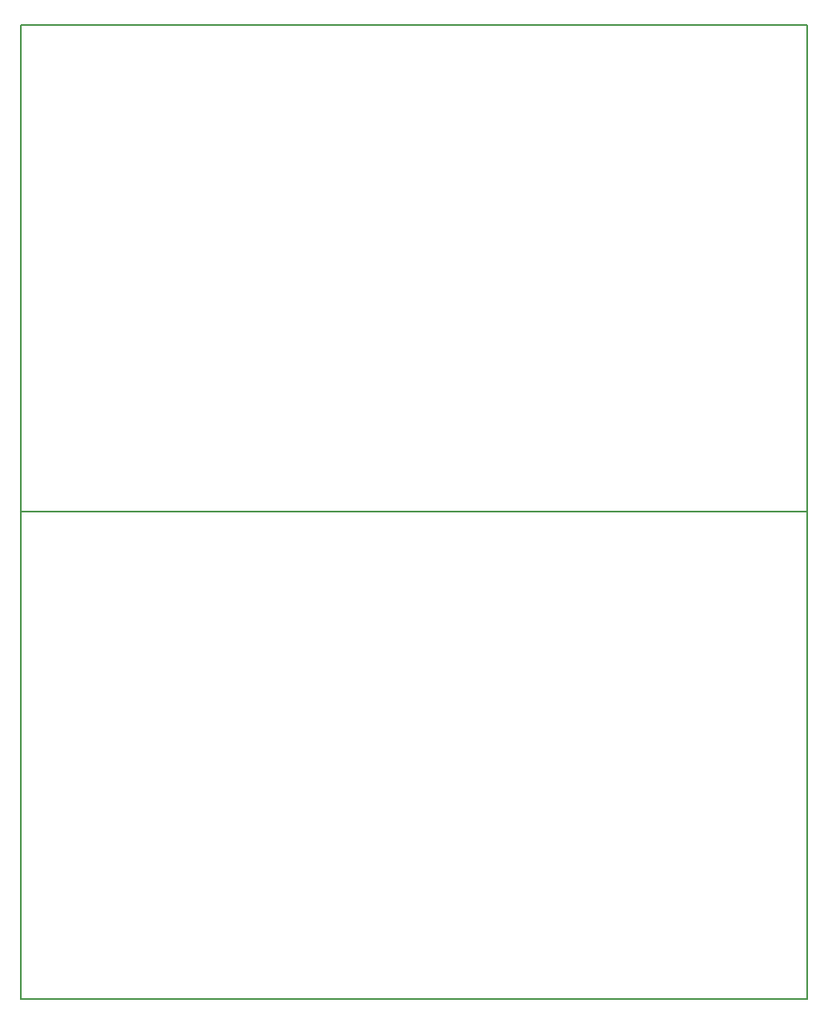
<source format=gbr>
%TF.GenerationSoftware,KiCad,Pcbnew,(5.0.1)-3*%
%TF.CreationDate,2019-02-02T04:30:43+03:00*%
%TF.ProjectId,Thermostat_V1 - Copy,546865726D6F737461745F5631202D20,rev?*%
%TF.SameCoordinates,Original*%
%TF.FileFunction,Profile,NP*%
%FSLAX46Y46*%
G04 Gerber Fmt 4.6, Leading zero omitted, Abs format (unit mm)*
G04 Created by KiCad (PCBNEW (5.0.1)-3) date 2/2/2019 4:30:43 AM*
%MOMM*%
%LPD*%
G01*
G04 APERTURE LIST*
%ADD10C,0.150000*%
G04 APERTURE END LIST*
D10*
X100000000Y-159500000D02*
X20000000Y-159500000D01*
X20000000Y-110000000D02*
X100000000Y-110000000D01*
X20000000Y-159500000D02*
X20000000Y-60500000D01*
X100000000Y-110000000D02*
X20000000Y-110000000D01*
X100000000Y-60500000D02*
X100000000Y-159500000D01*
X20000000Y-60500000D02*
X100000000Y-60500000D01*
M02*

</source>
